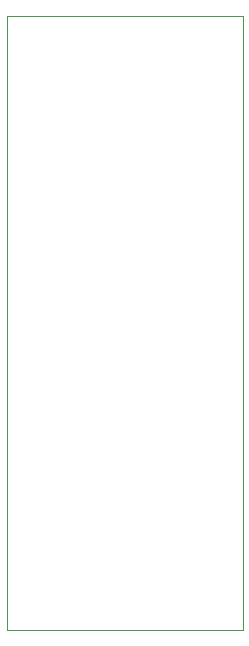
<source format=gbr>
G04 #@! TF.GenerationSoftware,KiCad,Pcbnew,(5.0.0)*
G04 #@! TF.CreationDate,2018-11-30T23:52:53-03:00*
G04 #@! TF.ProjectId,TP_Final,54505F46696E616C2E6B696361645F70,1*
G04 #@! TF.SameCoordinates,Original*
G04 #@! TF.FileFunction,Profile,NP*
%FSLAX46Y46*%
G04 Gerber Fmt 4.6, Leading zero omitted, Abs format (unit mm)*
G04 Created by KiCad (PCBNEW (5.0.0)) date 11/30/18 23:52:53*
%MOMM*%
%LPD*%
G01*
G04 APERTURE LIST*
%ADD10C,0.100000*%
G04 APERTURE END LIST*
D10*
X167000000Y-44000000D02*
X147000000Y-44000000D01*
X167000000Y-96000000D02*
X167000000Y-44000000D01*
X147000000Y-96000000D02*
X167000000Y-96000000D01*
X147000000Y-44000000D02*
X147000000Y-96000000D01*
M02*

</source>
